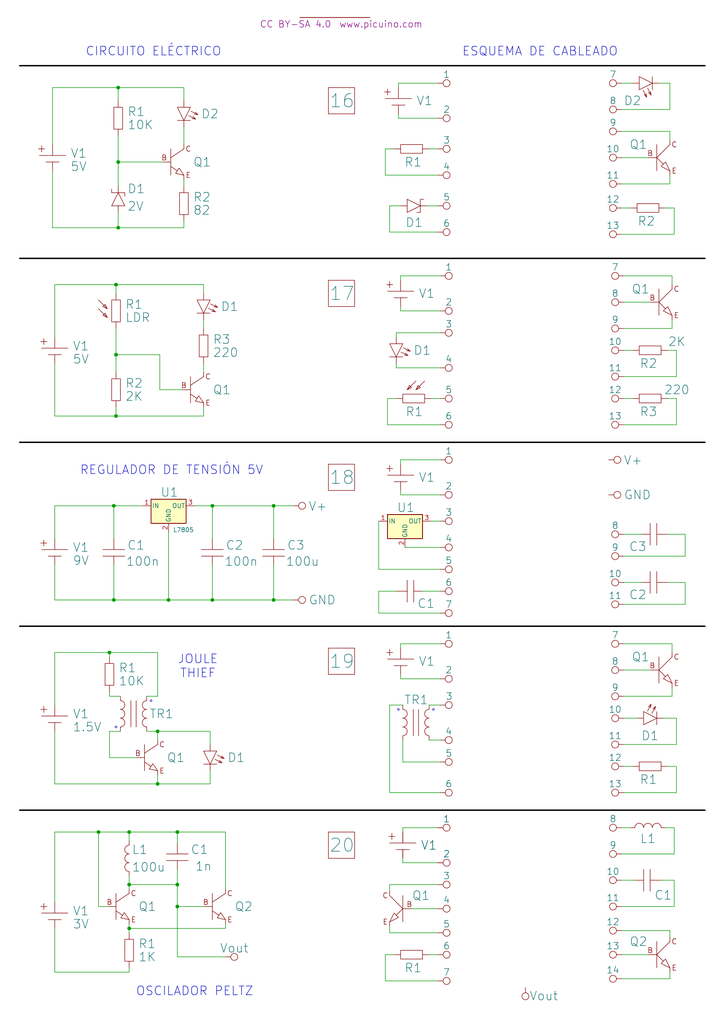
<source format=kicad_sch>
(kicad_sch (version 20231120) (generator "eeschema") (generator_version "8.0")
  (paper "A4" portrait)
  (title_block (title "Cableado eléctrico") (date "19/10/2018") (company "www.picuino.com") (comment 1 "Copyright (c) 2018 by Carlos Pardo") (comment 2 "License CC BY-SA 4.0"))
  (lib_symbols
    (symbol "Regulator_Linear:L7805" (pin_names (offset 0.254))
      (property "Reference" "U" (at -3.81 3.175 0))
      (property "Value" "L7805" (at 0 3.175 0))
      (symbol "L7805_0_1"
        (rectangle (start -5.08 1.905) (end 5.08 -5.08) (stroke (width 0.254)) (fill (type background)))
      )
      (symbol "L7805_1_1"
        (pin power_in line (at -7.62 0 0) (length 2.54) (name "IN") (number "1"))
        (pin power_in line (at 0 -7.62 90) (length 2.54) (name "GND") (number "2"))
        (pin power_out line (at 7.62 0 180) (length 2.54) (name "OUT") (number "3"))
      )
    )
    (symbol "electric-cableado-rescue:CopyRight-simbolos" (pin_names (offset 1.016))
      (property "License" "CC BY-SA 4.0" (at -1.27 -1.27 0))
      (property "Web" "www.picuino.com" (at 0 -1.27 0))
      (symbol "CopyRight-simbolos_0_1"
        (polyline (pts (xy -10.16 0) (xy 10.16 0)) (stroke (width 0.2032)))
      )
    )
    (symbol "electric-cableado-rescue:LDR-simbolos" (pin_names (offset 1.016))
      (property "Reference" "R" (at 1.905 -5.08 0))
      (symbol "LDR-simbolos_0_1"
        (rectangle (start -1.27 -1.905) (end 1.27 -8.255))
        (polyline (pts (xy -2.54 -6.985) (xy -5.08 -4.445)))
        (polyline (pts (xy -2.54 -4.445) (xy -5.08 -1.905)))
        (polyline (pts (xy -2.54 -6.985) (xy -3.175 -5.715) (xy -3.81 -6.35) (xy -2.54 -6.985)))
        (polyline (pts (xy -2.54 -4.445) (xy -3.175 -3.175) (xy -3.81 -3.81) (xy -2.54 -4.445)))
      )
      (symbol "LDR-simbolos_1_1"
        (pin input line (at 0 -10.16 90) (length 1.905) (name "") (number ""))
        (pin input line (at 0 0 270) (length 1.905) (name "") (number ""))
      )
    )
    (symbol "electric-cableado-rescue:NPN-simbolos" (pin_names (offset 1.016))
      (property "Reference" "Q" (at 6.985 -5.08 0))
      (symbol "NPN-simbolos_0_0"
        (polyline (pts (xy 4.445 -6.985) (xy 2.54 -5.08)))
        (polyline (pts (xy 6.35 -8.89) (xy 5.08 -6.35) (xy 3.81 -7.62) (xy 6.35 -8.89)))
        (text "B" (at 0.635 -3.81 0) (effects (font (size 1.524 1.524))))
        (text "C" (at 7.62 -1.27 0) (effects (font (size 1.524 1.524))))
        (text "E" (at 7.62 -8.89 0) (effects (font (size 1.524 1.524))))
      )
      (symbol "NPN-simbolos_0_1"
        (polyline (pts (xy 2.54 -5.08) (xy 6.35 -1.27)))
        (polyline (pts (xy 2.54 -1.27) (xy 2.54 -8.89)))
      )
      (symbol "NPN-simbolos_1_1"
        (pin input line (at 0 -5.08 0) (length 2.54) (name "") (number ""))
        (pin input line (at 6.35 -10.16 90) (length 1.27) (name "") (number ""))
        (pin input line (at 6.35 0 270) (length 1.27) (name "") (number ""))
      )
    )
    (symbol "electric-cableado-rescue:Pila-simbolos" (pin_names (offset 1.016))
      (property "Reference" "V" (at 5.08 -4.445 0))
      (symbol "Pila-simbolos_0_1"
        (polyline (pts (xy -4.064 -1.27) (xy -2.286 -1.27)))
        (polyline (pts (xy -3.81 -3.175) (xy 3.81 -3.175)))
        (polyline (pts (xy -3.175 -0.381) (xy -3.175 -2.159)))
        (polyline (pts (xy -1.905 -5.08) (xy 1.905 -5.08)))
      )
      (symbol "Pila-simbolos_1_1"
        (pin input line (at 0 -7.62 90) (length 2.54) (name "") (number ""))
        (pin input line (at 0 0 270) (length 3.175) (name "") (number ""))
      )
    )
    (symbol "electric-cableado-rescue:conector-simbolos" (pin_names (offset 1.016))
      (symbol "conector-simbolos_0_1"
        (circle (center 2.54 0) (radius 1.016))
      )
      (symbol "conector-simbolos_1_1"
        (pin input line (at 0 0 0) (length 1.524) (name "") (number ""))
      )
    )
    (symbol "electric-cableado-rescue:diodo_led-simbolos" (pin_names (offset 1.016))
      (property "Reference" "D" (at 5.08 -3.81 0))
      (symbol "diodo_led-simbolos_0_1"
        (polyline (pts (xy 1.397 -4.318) (xy 3.429 -5.334)))
        (polyline (pts (xy 1.905 -5.715) (xy -1.905 -5.715)))
        (polyline (pts (xy 2.032 -3.048) (xy 4.064 -4.064)))
        (polyline (pts (xy 3.429 -5.334) (xy 2.3622 -5.1816)))
        (polyline (pts (xy 3.429 -5.334) (xy 2.667 -4.572)))
        (polyline (pts (xy 4.064 -4.064) (xy 2.9972 -3.9116)))
        (polyline (pts (xy 4.064 -4.064) (xy 3.302 -3.302)))
        (polyline (pts (xy 1.905 -1.905) (xy -1.905 -1.905) (xy 0 -5.715) (xy 1.905 -1.905)))
      )
      (symbol "diodo_led-simbolos_1_1"
        (pin input line (at 0 -7.62 90) (length 1.905) (name "") (number ""))
        (pin input line (at 0 0 270) (length 1.905) (name "") (number ""))
      )
    )
    (symbol "electric-cableado-rescue:numero-simbolos" (pin_names (offset 1.016))
      (property "Value" "numero-simbolos" (at 0 0 0))
      (symbol "numero-simbolos_0_1"
        (rectangle (start -3.81 3.81) (end 3.81 -3.81))
      )
    )
    (symbol "electric-cableado-rescue:resistencia-simbolos" (pin_names (offset 1.016))
      (property "Reference" "R" (at 1.905 -5.08 0))
      (symbol "resistencia-simbolos_0_1"
        (rectangle (start -1.27 -1.905) (end 1.27 -8.255))
      )
      (symbol "resistencia-simbolos_1_1"
        (pin input line (at 0 -10.16 90) (length 1.905) (name "") (number ""))
        (pin input line (at 0 0 270) (length 1.905) (name "") (number ""))
      )
    )
    (symbol "simbolos-electricos:NPN" (pin_names (offset 1.016))
      (property "Reference" "Q" (at 6.985 -5.08 0))
      (symbol "NPN_0_0"
        (polyline (pts (xy 4.445 -7.62) (xy 2.54 -6.35)))
        (text "C" (at 7.62 -1.27 0) (effects (font (size 1.524 1.524))))
        (text "E" (at 7.62 -8.89 0) (effects (font (size 1.524 1.524))))
      )
      (symbol "NPN_0_1"
        (polyline (pts (xy 2.54 -3.81) (xy 6.35 -1.27)))
        (polyline (pts (xy 2.54 -1.27) (xy 2.54 -8.89)))
        (polyline (pts (xy 4.953 -6.858) (xy 3.937 -8.382) (xy 6.35 -8.89) (xy 4.953 -6.858)))
      )
      (symbol "NPN_1_0"
        (text "B" (at 0.635 -3.81 0) (effects (font (size 1.524 1.524))))
      )
      (symbol "NPN_1_1"
        (pin input line (at 0 -5.08 0) (length 2.54) (name "") (number ""))
        (pin input line (at 6.35 -10.16 90) (length 1.27) (name "") (number ""))
        (pin input line (at 6.35 0 270) (length 1.27) (name "") (number ""))
      )
    )
    (symbol "simbolos-electricos:condensador" (pin_names (offset 1.016))
      (property "Reference" "C" (at 3.81 -4.445 0))
      (symbol "condensador_0_1"
        (polyline (pts (xy -3.175 -3.175) (xy 3.175 -3.175)))
        (polyline (pts (xy 3.175 -5.08) (xy -3.175 -5.08)))
      )
      (symbol "condensador_1_1"
        (pin input line (at 0 -7.62 90) (length 2.54) (name "") (number ""))
        (pin input line (at 0 0 270) (length 3.175) (name "") (number ""))
      )
    )
    (symbol "simbolos-electricos:diodo_zener" (pin_names (offset 1.016))
      (property "Reference" "D" (at 2.54 -3.81 0))
      (symbol "diodo_zener_0_1"
        (polyline (pts (xy -1.905 -5.715) (xy -1.905 -4.699)))
        (polyline (pts (xy 1.905 -5.715) (xy -1.905 -5.715)))
        (polyline (pts (xy 1.905 -5.715) (xy 1.905 -6.731)))
        (polyline (pts (xy 1.905 -1.905) (xy -1.905 -1.905) (xy 0 -5.715) (xy 1.905 -1.905)))
      )
      (symbol "diodo_zener_1_1"
        (pin input line (at 0 -7.62 90) (length 1.905) (name "") (number ""))
        (pin input line (at 0 0 270) (length 1.905) (name "") (number ""))
      )
    )
    (symbol "simbolos-electricos:inductancia" (pin_names (offset 1.016))
      (property "Reference" "L" (at 0.635 -5.08 0))
      (symbol "inductancia_0_1"
        (arc (start 0 -6.35) (mid -1.2645 -7.62) (end 0 -8.89))
        (arc (start 0 -3.81) (mid -1.2645 -5.08) (end 0 -6.35))
        (arc (start 0 -1.27) (mid -1.2645 -2.54) (end 0 -3.81))
      )
      (symbol "inductancia_1_1"
        (pin input line (at 0 -10.16 90) (length 1.27) (name "") (number ""))
        (pin input line (at 0 0 270) (length 1.27) (name "") (number ""))
      )
    )
    (symbol "simbolos-electricos:transformador" (pin_names (offset 1.016))
      (property "Reference" "TR" (at 8.89 -5.08 0))
      (symbol "transformador_0_1"
        (arc (start 0 -8.89) (mid 1.2645 -7.62) (end 0 -6.35))
        (arc (start 0 -6.35) (mid 1.2645 -5.08) (end 0 -3.81))
        (arc (start 0 -3.81) (mid 1.2645 -2.54) (end 0 -1.27))
        (polyline (pts (xy 3.048 -1.27) (xy 3.048 -8.89)))
        (polyline (pts (xy 4.572 -1.27) (xy 4.572 -8.89)))
        (arc (start 7.62 -6.35) (mid 6.3555 -7.62) (end 7.62 -8.89))
        (arc (start 7.62 -3.81) (mid 6.3555 -5.08) (end 7.62 -6.35))
        (arc (start 7.62 -1.27) (mid 6.3555 -2.54) (end 7.62 -3.81))
      )
      (symbol "transformador_1_1"
        (pin input line (at 0 -10.16 90) (length 1.27) (name "") (number ""))
        (pin input line (at 0 0 270) (length 1.27) (name "") (number ""))
        (pin input line (at 7.62 -10.16 90) (length 1.27) (name "") (number ""))
        (pin input line (at 7.62 0 270) (length 1.27) (name "") (number ""))
      )
    )
  )
  (junction (at 37.465 256.54))
  (junction (at 34.29 25.4))
  (junction (at 51.435 256.54))
  (junction (at 34.29 66.04))
  (junction (at 34.29 46.99))
  (junction (at 37.465 269.24))
  (junction (at 28.575 241.3))
  (junction (at 33.02 173.99))
  (junction (at 51.435 241.3))
  (junction (at 33.655 120.65))
  (junction (at 48.895 173.99))
  (junction (at 79.375 146.685))
  (junction (at 33.655 102.87))
  (junction (at 37.465 241.3))
  (junction (at 45.72 227.33))
  (junction (at 61.595 146.685))
  (junction (at 79.375 173.99))
  (junction (at 51.435 262.89))
  (junction (at 45.72 212.09))
  (junction (at 61.595 173.99))
  (junction (at 31.75 189.23))
  (junction (at 33.02 146.685))
  (junction (at 33.655 82.55))
  (wire (pts (xy 125.095 115.57) (xy 127.635 115.57)))
  (wire (pts (xy 180.975 194.31) (xy 188.595 194.31)))
  (wire (pts (xy 59.055 92.71) (xy 59.055 95.25)))
  (wire (pts (xy 33.655 102.87) (xy 46.355 102.87)))
  (wire (pts (xy 15.24 49.53) (xy 15.24 66.04)))
  (polyline (pts (xy 5.715 128.27) (xy 204.47 128.27)) (stroke (width 0.4064) (type solid) (color 0 0 0 1)))
  (wire (pts (xy 60.96 227.33) (xy 60.96 223.52)))
  (wire (pts (xy 51.435 241.3) (xy 65.405 241.3)))
  (wire (pts (xy 46.355 102.87) (xy 46.355 113.03)))
  (wire (pts (xy 115.57 34.29) (xy 115.57 33.02)))
  (wire (pts (xy 180.975 101.6) (xy 183.515 101.6)))
  (wire (pts (xy 15.875 146.685) (xy 33.02 146.685)))
  (wire (pts (xy 180.975 186.69) (xy 194.945 186.69)))
  (wire (pts (xy 195.58 240.03) (xy 195.58 247.65)))
  (wire (pts (xy 53.34 53.975) (xy 53.34 52.07)))
  (wire (pts (xy 34.29 25.4) (xy 34.29 29.21)))
  (wire (pts (xy 180.975 175.26) (xy 198.755 175.26)))
  (wire (pts (xy 15.875 120.65) (xy 33.655 120.65)))
  (wire (pts (xy 193.675 115.57) (xy 196.215 115.57)))
  (wire (pts (xy 28.575 241.3) (xy 28.575 262.89)))
  (wire (pts (xy 109.855 171.45) (xy 114.935 171.45)))
  (wire (pts (xy 61.595 146.685) (xy 56.515 146.685)))
  (wire (pts (xy 53.34 66.04) (xy 53.34 64.135)))
  (wire (pts (xy 112.395 115.57) (xy 112.395 123.19)))
  (wire (pts (xy 15.24 25.4) (xy 34.29 25.4)))
  (wire (pts (xy 33.655 102.87) (xy 33.655 107.95)))
  (wire (pts (xy 48.895 154.305) (xy 48.895 173.99)))
  (wire (pts (xy 196.215 208.28) (xy 196.215 215.9)))
  (wire (pts (xy 116.205 143.51) (xy 127.635 143.51)))
  (wire (pts (xy 15.875 105.41) (xy 15.875 120.65)))
  (wire (pts (xy 180.975 80.01) (xy 194.945 80.01)))
  (wire (pts (xy 34.29 66.04) (xy 53.34 66.04)))
  (wire (pts (xy 48.895 173.99) (xy 61.595 173.99)))
  (wire (pts (xy 60.96 215.9) (xy 60.96 212.09)))
  (wire (pts (xy 65.405 269.24) (xy 65.405 267.97)))
  (wire (pts (xy 15.875 204.47) (xy 15.875 189.23)))
  (wire (pts (xy 65.405 257.81) (xy 65.405 241.3)))
  (wire (pts (xy 180.34 60.325) (xy 182.88 60.325)))
  (wire (pts (xy 53.34 25.4) (xy 53.34 29.21)))
  (wire (pts (xy 79.375 173.99) (xy 85.09 173.99)))
  (wire (pts (xy 15.875 82.55) (xy 33.655 82.55)))
  (wire (pts (xy 180.975 109.22) (xy 196.215 109.22)))
  (wire (pts (xy 59.055 82.55) (xy 59.055 85.09)))
  (wire (pts (xy 112.395 123.19) (xy 127.635 123.19)))
  (wire (pts (xy 180.975 201.93) (xy 194.945 201.93)))
  (wire (pts (xy 79.375 146.685) (xy 61.595 146.685)))
  (wire (pts (xy 180.975 123.19) (xy 196.215 123.19)))
  (wire (pts (xy 34.29 39.37) (xy 34.29 46.99)))
  (wire (pts (xy 109.855 177.8) (xy 109.855 171.45)))
  (wire (pts (xy 115.57 25.4) (xy 115.57 24.13)))
  (wire (pts (xy 51.435 256.54) (xy 37.465 256.54)))
  (wire (pts (xy 45.72 224.79) (xy 45.72 227.33)))
  (wire (pts (xy 127 50.8) (xy 111.76 50.8)))
  (wire (pts (xy 123.825 59.69) (xy 127 59.69)))
  (wire (pts (xy 192.405 208.28) (xy 196.215 208.28)))
  (wire (pts (xy 180.975 222.25) (xy 183.515 222.25)))
  (wire (pts (xy 124.46 214.63) (xy 127.635 214.63)))
  (wire (pts (xy 116.205 143.51) (xy 116.205 142.24)))
  (wire (pts (xy 113.03 258.445) (xy 113.03 256.54)))
  (wire (pts (xy 196.215 222.25) (xy 196.215 229.87)))
  (wire (pts (xy 180.34 67.945) (xy 195.58 67.945)))
  (wire (pts (xy 191.135 24.13) (xy 194.31 24.13)))
  (wire (pts (xy 33.655 82.55) (xy 59.055 82.55)))
  (wire (pts (xy 15.875 227.33) (xy 45.72 227.33)))
  (wire (pts (xy 180.34 255.27) (xy 184.15 255.27)))
  (wire (pts (xy 127.635 177.8) (xy 109.855 177.8)))
  (wire (pts (xy 15.875 189.23) (xy 31.75 189.23)))
  (wire (pts (xy 37.465 254) (xy 37.465 256.54)))
  (wire (pts (xy 180.34 31.75) (xy 194.31 31.75)))
  (wire (pts (xy 194.945 199.39) (xy 194.945 201.93)))
  (wire (pts (xy 193.675 101.6) (xy 196.215 101.6)))
  (wire (pts (xy 180.975 229.87) (xy 196.215 229.87)))
  (wire (pts (xy 31.115 262.89) (xy 28.575 262.89)))
  (wire (pts (xy 194.945 189.23) (xy 194.945 186.69)))
  (wire (pts (xy 33.02 173.99) (xy 48.895 173.99)))
  (wire (pts (xy 193.04 60.325) (xy 195.58 60.325)))
  (wire (pts (xy 109.855 165.1) (xy 127.635 165.1)))
  (wire (pts (xy 37.465 269.24) (xy 65.405 269.24)))
  (wire (pts (xy 51.435 262.89) (xy 51.435 277.495)))
  (wire (pts (xy 114.935 96.52) (xy 127.635 96.52)))
  (wire (pts (xy 15.24 25.4) (xy 15.24 41.91)))
  (wire (pts (xy 79.375 173.99) (xy 61.595 173.99)))
  (wire (pts (xy 15.875 173.99) (xy 33.02 173.99)))
  (wire (pts (xy 127 263.525) (xy 119.38 263.525)))
  (wire (pts (xy 116.84 204.47) (xy 113.03 204.47)))
  (wire (pts (xy 194.945 92.71) (xy 194.945 95.25)))
  (wire (pts (xy 198.755 168.91) (xy 193.675 168.91)))
  (wire (pts (xy 33.02 146.685) (xy 33.02 156.21)))
  (wire (pts (xy 52.705 113.03) (xy 46.355 113.03)))
  (wire (pts (xy 33.02 146.685) (xy 41.275 146.685)))
  (wire (pts (xy 116.205 59.69) (xy 113.03 59.69)))
  (wire (pts (xy 180.34 45.72) (xy 187.96 45.72)))
  (wire (pts (xy 180.975 115.57) (xy 183.515 115.57)))
  (polyline (pts (xy 5.715 19.05) (xy 204.47 19.05)) (stroke (width 0.4064) (type solid) (color 0 0 0 1)))
  (wire (pts (xy 191.77 255.27) (xy 195.58 255.27)))
  (wire (pts (xy 59.055 118.11) (xy 59.055 120.65)))
  (wire (pts (xy 180.975 95.25) (xy 194.945 95.25)))
  (wire (pts (xy 116.205 133.35) (xy 116.205 134.62)))
  (wire (pts (xy 180.34 262.89) (xy 195.58 262.89)))
  (wire (pts (xy 28.575 241.3) (xy 37.465 241.3)))
  (wire (pts (xy 33.02 163.83) (xy 33.02 173.99)))
  (wire (pts (xy 59.055 105.41) (xy 59.055 107.95)))
  (wire (pts (xy 33.655 120.65) (xy 59.055 120.65)))
  (wire (pts (xy 116.205 80.01) (xy 127.635 80.01)))
  (wire (pts (xy 198.755 175.26) (xy 198.755 168.91)))
  (wire (pts (xy 116.205 90.17) (xy 127.635 90.17)))
  (wire (pts (xy 79.375 156.21) (xy 79.375 146.685)))
  (wire (pts (xy 31.75 219.71) (xy 31.75 212.09)))
  (wire (pts (xy 33.655 85.09) (xy 33.655 82.55)))
  (wire (pts (xy 113.03 229.87) (xy 127.635 229.87)))
  (polyline (pts (xy 5.715 234.95) (xy 204.47 234.95)) (stroke (width 0.4064) (type solid) (color 0 0 0 1)))
  (wire (pts (xy 79.375 146.685) (xy 85.09 146.685)))
  (wire (pts (xy 111.76 276.86) (xy 111.76 284.48)))
  (wire (pts (xy 116.84 220.98) (xy 127.635 220.98)))
  (wire (pts (xy 31.75 212.09) (xy 34.925 212.09)))
  (wire (pts (xy 116.205 186.69) (xy 127.635 186.69)))
  (wire (pts (xy 117.475 158.75) (xy 127.635 158.75)))
  (wire (pts (xy 45.72 212.09) (xy 45.72 214.63)))
  (wire (pts (xy 127 284.48) (xy 111.76 284.48)))
  (wire (pts (xy 51.435 252.095) (xy 51.435 256.54)))
  (wire (pts (xy 194.31 281.94) (xy 194.31 283.845)))
  (wire (pts (xy 193.675 222.25) (xy 196.215 222.25)))
  (wire (pts (xy 15.875 163.83) (xy 15.875 173.99)))
  (wire (pts (xy 15.875 281.94) (xy 37.465 281.94)))
  (wire (pts (xy 37.465 257.81) (xy 37.465 256.54)))
  (wire (pts (xy 113.03 59.69) (xy 113.03 67.31)))
  (wire (pts (xy 115.57 34.29) (xy 127 34.29)))
  (wire (pts (xy 180.34 283.845) (xy 194.31 283.845)))
  (wire (pts (xy 113.03 268.605) (xy 113.03 270.51)))
  (wire (pts (xy 180.34 53.34) (xy 194.31 53.34)))
  (wire (pts (xy 127 43.18) (xy 124.46 43.18)))
  (wire (pts (xy 51.435 277.495) (xy 65.405 277.495)))
  (polyline (pts (xy 5.715 181.61) (xy 204.47 181.61)) (stroke (width 0.4064) (type solid) (color 0 0 0 1)))
  (wire (pts (xy 114.935 106.68) (xy 114.935 105.41)))
  (wire (pts (xy 127 270.51) (xy 113.03 270.51)))
  (wire (pts (xy 37.465 241.3) (xy 51.435 241.3)))
  (wire (pts (xy 116.84 241.3) (xy 116.84 240.03)))
  (wire (pts (xy 116.205 196.85) (xy 127.635 196.85)))
  (wire (pts (xy 37.465 269.24) (xy 37.465 270.51)))
  (wire (pts (xy 34.29 25.4) (xy 53.34 25.4)))
  (wire (pts (xy 180.975 208.28) (xy 184.785 208.28)))
  (wire (pts (xy 195.58 60.325) (xy 195.58 67.945)))
  (wire (pts (xy 15.24 66.04) (xy 34.29 66.04)))
  (wire (pts (xy 116.205 133.35) (xy 127.635 133.35)))
  (wire (pts (xy 127 67.31) (xy 113.03 67.31)))
  (wire (pts (xy 109.855 151.13) (xy 109.855 165.1)))
  (wire (pts (xy 193.04 240.03) (xy 195.58 240.03)))
  (wire (pts (xy 37.465 243.84) (xy 37.465 241.3)))
  (wire (pts (xy 31.75 190.5) (xy 31.75 189.23)))
  (wire (pts (xy 186.055 168.91) (xy 180.975 168.91)))
  (wire (pts (xy 183.515 24.13) (xy 180.34 24.13)))
  (wire (pts (xy 34.29 46.99) (xy 46.99 46.99)))
  (wire (pts (xy 33.655 118.11) (xy 33.655 120.65)))
  (wire (pts (xy 198.755 154.94) (xy 193.675 154.94)))
  (wire (pts (xy 31.75 200.66) (xy 31.75 201.93)))
  (wire (pts (xy 195.58 255.27) (xy 195.58 262.89)))
  (wire (pts (xy 122.555 171.45) (xy 127.635 171.45)))
  (wire (pts (xy 180.975 161.29) (xy 198.755 161.29)))
  (wire (pts (xy 194.31 40.64) (xy 194.31 38.1)))
  (wire (pts (xy 180.34 240.03) (xy 182.88 240.03)))
  (wire (pts (xy 45.72 227.33) (xy 60.96 227.33)))
  (wire (pts (xy 125.095 151.13) (xy 127.635 151.13)))
  (wire (pts (xy 180.34 269.875) (xy 194.31 269.875)))
  (wire (pts (xy 196.215 115.57) (xy 196.215 123.19)))
  (wire (pts (xy 114.935 106.68) (xy 127.635 106.68)))
  (wire (pts (xy 15.875 241.3) (xy 28.575 241.3)))
  (wire (pts (xy 127 256.54) (xy 113.03 256.54)))
  (wire (pts (xy 114.3 43.18) (xy 111.76 43.18)))
  (wire (pts (xy 51.435 262.89) (xy 59.055 262.89)))
  (wire (pts (xy 79.375 163.83) (xy 79.375 173.99)))
  (wire (pts (xy 116.205 196.85) (xy 116.205 195.58)))
  (wire (pts (xy 116.84 250.19) (xy 127 250.19)))
  (wire (pts (xy 194.945 82.55) (xy 194.945 80.01)))
  (wire (pts (xy 53.34 36.83) (xy 53.34 41.91)))
  (wire (pts (xy 194.31 24.13) (xy 194.31 31.75)))
  (wire (pts (xy 186.055 154.94) (xy 180.975 154.94)))
  (wire (pts (xy 114.935 97.79) (xy 114.935 96.52)))
  (wire (pts (xy 15.875 212.09) (xy 15.875 227.33)))
  (wire (pts (xy 114.935 115.57) (xy 112.395 115.57)))
  (wire (pts (xy 61.595 156.21) (xy 61.595 146.685)))
  (wire (pts (xy 42.545 201.93) (xy 45.72 201.93)))
  (wire (pts (xy 61.595 163.83) (xy 61.595 173.99)))
  (wire (pts (xy 15.875 97.79) (xy 15.875 82.55)))
  (wire (pts (xy 15.875 269.24) (xy 15.875 281.94)))
  (wire (pts (xy 116.84 214.63) (xy 116.84 220.98)))
  (wire (pts (xy 51.435 241.3) (xy 51.435 244.475)))
  (wire (pts (xy 180.34 247.65) (xy 195.58 247.65)))
  (wire (pts (xy 42.545 212.09) (xy 45.72 212.09)))
  (wire (pts (xy 116.205 80.01) (xy 116.205 81.28)))
  (wire (pts (xy 198.755 161.29) (xy 198.755 154.94)))
  (wire (pts (xy 124.46 204.47) (xy 127.635 204.47)))
  (wire (pts (xy 15.875 241.3) (xy 15.875 261.62)))
  (wire (pts (xy 34.29 53.975) (xy 34.29 46.99)))
  (wire (pts (xy 115.57 24.13) (xy 127 24.13)))
  (wire (pts (xy 111.76 43.18) (xy 111.76 50.8)))
  (wire (pts (xy 51.435 256.54) (xy 51.435 262.89)))
  (wire (pts (xy 31.75 189.23) (xy 45.72 189.23)))
  (wire (pts (xy 113.03 204.47) (xy 113.03 229.87)))
  (polyline (pts (xy 5.715 74.93) (xy 204.47 74.93)) (stroke (width 0.4064) (type solid) (color 0 0 0 1)))
  (wire (pts (xy 45.72 201.93) (xy 45.72 189.23)))
  (wire (pts (xy 116.205 90.17) (xy 116.205 88.9)))
  (wire (pts (xy 37.465 267.97) (xy 37.465 269.24)))
  (wire (pts (xy 194.31 271.78) (xy 194.31 269.875)))
  (wire (pts (xy 180.975 87.63) (xy 188.595 87.63)))
  (wire (pts (xy 31.75 201.93) (xy 34.925 201.93)))
  (wire (pts (xy 194.31 50.8) (xy 194.31 53.34)))
  (wire (pts (xy 15.875 156.21) (xy 15.875 146.685)))
  (wire (pts (xy 33.655 95.25) (xy 33.655 102.87)))
  (wire (pts (xy 180.34 38.1) (xy 194.31 38.1)))
  (wire (pts (xy 180.975 215.9) (xy 196.215 215.9)))
  (wire (pts (xy 116.205 186.69) (xy 116.205 187.96)))
  (wire (pts (xy 114.3 276.86) (xy 111.76 276.86)))
  (wire (pts (xy 116.84 250.19) (xy 116.84 248.92)))
  (wire (pts (xy 45.72 212.09) (xy 60.96 212.09)))
  (wire (pts (xy 116.84 240.03) (xy 127 240.03)))
  (wire (pts (xy 34.29 61.595) (xy 34.29 66.04)))
  (wire (pts (xy 196.215 101.6) (xy 196.215 109.22)))
  (wire (pts (xy 180.34 276.86) (xy 187.96 276.86)))
  (wire (pts (xy 31.75 219.71) (xy 39.37 219.71)))
  (wire (pts (xy 37.465 280.67) (xy 37.465 281.94)))
  (wire (pts (xy 127 276.86) (xy 124.46 276.86)))
  (circle (center 33.655 210.82) (radius 0.254))
  (circle (center 125.73 205.74) (radius 0.254))
  (circle (center 43.815 203.2) (radius 0.254))
  (circle (center 115.57 205.74) (radius 0.254))
  (text "REGULADOR DE TENSIÓN 5V" (at 49.784 137.922 0) (effects (font (size 2.54 2.54)) (justify bottom)))
  (text "JOULE\nTHIEF" (at 57.404 196.85 0) (effects (font (size 2.54 2.54)) (justify bottom)))
  (text "OSCILADOR PELTZ" (at 39.37 289.052 0) (effects (font (size 2.54 2.54)) (justify left bottom)))
  (text "CIRCUITO ELÉCTRICO" (at 24.765 16.51 0) (effects (font (size 2.54 2.54)) (justify left bottom)))
  (text "ESQUEMA DE CABLEADO" (at 133.985 16.51 0) (effects (font (size 2.54 2.54)) (justify left bottom)))
  (symbol (lib_id "electric-cableado-rescue:CopyRight-simbolos") (at 97.155 5.08 0) (unit 1)
    (property "Reference" "CP1" (effects (hide yes)))
    (property "Value" "CopyRight" (effects (hide yes)))
    (property "License" "CC BY-SA 4.0" (at 85.725 6.985 0) (effects (font (size 1.905 1.905))))
    (property "Web" "www.picuino.com" (at 110.49 6.985 0) (effects (font (size 1.905 1.905))))
  )
  (symbol (lib_id "electric-cableado-rescue:resistencia-simbolos") (at 59.055 95.25 0) (unit 1)
    (property "Reference" "R3" (at 61.595 98.425 0) (effects (font (size 2.54 2.54)) (justify left)))
    (property "Value" "220" (at 61.595 102.235 0) (effects (font (size 2.54 2.54)) (justify left)))
  )
  (symbol (lib_id "electric-cableado-rescue:LDR-simbolos") (at 33.655 85.09 0) (unit 1)
    (property "Reference" "R1" (at 36.195 88.265 0) (effects (font (size 2.54 2.54)) (justify left)))
    (property "Value" "LDR" (at 36.195 92.075 0) (effects (font (size 2.54 2.54)) (justify left)))
  )
  (symbol (lib_id "electric-cableado-rescue:resistencia-simbolos") (at 193.675 115.57 270) (unit 1)
    (property "Reference" "R3" (at 185.42 119.38 90) (effects (font (size 2.54 2.54)) (justify left)))
    (property "Value" "220" (at 196.342 113.03 90) (effects (font (size 2.54 2.54))))
  )
  (symbol (lib_id "electric-cableado-rescue:NPN-simbolos") (at 188.595 82.55 0) (unit 1)
    (property "Reference" "Q1" (at 188.595 83.82 0) (effects (font (size 2.54 2.54)) (justify right)))
    (property "Value" "NPN" (effects (hide yes)))
  )
  (symbol (lib_id "electric-cableado-rescue:LDR-simbolos") (at 125.095 115.57 270) (unit 1)
    (property "Reference" "R1" (at 117.475 119.38 90) (effects (font (size 2.54 2.54)) (justify left)))
    (property "Value" "LDR" (effects (hide yes)))
  )
  (symbol (lib_id "electric-cableado-rescue:Pila-simbolos") (at 116.205 81.28 0) (unit 1)
    (property "Reference" "V1" (at 121.285 85.09 0) (effects (font (size 2.54 2.54)) (justify left)))
    (property "Value" "Pila" (effects (hide yes)))
  )
  (symbol (lib_id "electric-cableado-rescue:resistencia-simbolos") (at 33.655 107.95 0) (unit 1)
    (property "Reference" "R2" (at 36.195 111.125 0) (effects (font (size 2.54 2.54)) (justify left)))
    (property "Value" "2K" (at 36.195 114.935 0) (effects (font (size 2.54 2.54)) (justify left)))
  )
  (symbol (lib_id "electric-cableado-rescue:Pila-simbolos") (at 15.875 97.79 0) (unit 1)
    (property "Reference" "V1" (at 20.955 100.33 0) (effects (font (size 2.54 2.54)) (justify left)))
    (property "Value" "5V" (at 20.955 104.14 0) (effects (font (size 2.54 2.54)) (justify left)))
  )
  (symbol (lib_id "electric-cableado-rescue:numero-simbolos") (at 99.06 85.09 0) (unit 1)
    (property "Reference" "N5" (effects (hide yes)))
    (property "Value" "17" (at 95.25 85.09 0) (effects (font (size 3.81 3.81)) (justify left)))
  )
  (symbol (lib_id "electric-cableado-rescue:diodo_led-simbolos") (at 59.055 85.09 0) (unit 1)
    (property "Reference" "D1" (at 63.9064 88.9 0) (effects (font (size 2.54 2.54)) (justify left)))
    (property "Value" "diodo_led" (effects (hide yes)))
  )
  (symbol (lib_id "electric-cableado-rescue:diodo_led-simbolos") (at 114.935 97.79 0) (unit 1)
    (property "Reference" "D1" (at 119.7864 101.6 0) (effects (font (size 2.54 2.54)) (justify left)))
    (property "Value" "diodo_led" (effects (hide yes)))
  )
  (symbol (lib_id "electric-cableado-rescue:conector-simbolos") (at 127.635 80.01 0) (unit 1)
    (property "Reference" "o22" (effects (hide yes)))
    (property "Value" "1" (at 130.175 77.47 0) (effects (font (size 1.905 1.905))))
  )
  (symbol (lib_id "electric-cableado-rescue:conector-simbolos") (at 127.635 90.17 0) (unit 1)
    (property "Reference" "o23" (effects (hide yes)))
    (property "Value" "2" (at 130.175 87.63 0) (effects (font (size 1.905 1.905))))
  )
  (symbol (lib_id "electric-cableado-rescue:conector-simbolos") (at 127.635 96.52 0) (unit 1)
    (property "Reference" "o24" (effects (hide yes)))
    (property "Value" "3" (at 130.175 93.98 0) (effects (font (size 1.905 1.905))))
  )
  (symbol (lib_id "electric-cableado-rescue:conector-simbolos") (at 127.635 106.68 0) (unit 1)
    (property "Reference" "o25" (effects (hide yes)))
    (property "Value" "4" (at 130.175 104.14 0) (effects (font (size 1.905 1.905))))
  )
  (symbol (lib_id "electric-cableado-rescue:conector-simbolos") (at 127.635 115.57 0) (mirror x) (unit 1)
    (property "Reference" "o26" (effects (hide yes)))
    (property "Value" "5" (at 130.175 113.03 0) (effects (font (size 1.905 1.905))))
  )
  (symbol (lib_id "electric-cableado-rescue:conector-simbolos") (at 127.635 123.19 0) (mirror x) (unit 1)
    (property "Reference" "o27" (effects (hide yes)))
    (property "Value" "6" (at 130.175 120.65 0) (effects (font (size 1.905 1.905))))
  )
  (symbol (lib_id "electric-cableado-rescue:conector-simbolos") (at 180.975 80.01 180) (unit 1)
    (property "Reference" "o51" (effects (hide yes)))
    (property "Value" "7" (at 178.435 77.47 0) (effects (font (size 1.905 1.905))))
  )
  (symbol (lib_id "electric-cableado-rescue:conector-simbolos") (at 180.975 87.63 180) (unit 1)
    (property "Reference" "o52" (effects (hide yes)))
    (property "Value" "8" (at 178.435 85.09 0) (effects (font (size 1.905 1.905))))
  )
  (symbol (lib_id "electric-cableado-rescue:conector-simbolos") (at 180.975 95.25 180) (unit 1)
    (property "Reference" "o53" (effects (hide yes)))
    (property "Value" "9" (at 178.435 92.71 0) (effects (font (size 1.905 1.905))))
  )
  (symbol (lib_id "electric-cableado-rescue:conector-simbolos") (at 180.975 101.6 180) (unit 1)
    (property "Reference" "o54" (effects (hide yes)))
    (property "Value" "10" (at 178.435 99.06 0) (effects (font (size 1.905 1.905))))
  )
  (symbol (lib_id "electric-cableado-rescue:conector-simbolos") (at 180.975 109.22 180) (unit 1)
    (property "Reference" "o55" (effects (hide yes)))
    (property "Value" "11" (at 178.435 106.68 0) (effects (font (size 1.905 1.905))))
  )
  (symbol (lib_id "electric-cableado-rescue:conector-simbolos") (at 180.975 115.57 180) (unit 1)
    (property "Reference" "o56" (effects (hide yes)))
    (property "Value" "12" (at 178.435 113.03 0) (effects (font (size 1.905 1.905))))
  )
  (symbol (lib_id "electric-cableado-rescue:conector-simbolos") (at 180.975 123.19 180) (unit 1)
    (property "Reference" "o57" (effects (hide yes)))
    (property "Value" "13" (at 178.435 120.65 0) (effects (font (size 1.905 1.905))))
  )
  (symbol (lib_id "electric-cableado-rescue:conector-simbolos") (at 127 250.19 0) (unit 1)
    (property "Reference" "o92" (effects (hide yes)))
    (property "Value" "2" (at 129.54 247.65 0) (effects (font (size 1.905 1.905))))
  )
  (symbol (lib_id "simbolos-electricos:condensador") (at 79.375 156.21 0) (unit 1)
    (property "Reference" "C3" (at 88.519 158.115 0) (effects (font (size 2.54 2.54)) (justify right)))
    (property "Value" "100u" (at 87.757 162.814 0) (effects (font (size 2.54 2.54))))
  )
  (symbol (lib_id "electric-cableado-rescue:conector-simbolos") (at 127 263.525 0) (mirror x) (unit 1)
    (property "Reference" "o94" (effects (hide yes)))
    (property "Value" "4" (at 129.54 260.985 0) (effects (font (size 1.905 1.905))))
  )
  (symbol (lib_id "simbolos-electricos:inductancia") (at 37.465 243.84 0) (unit 1)
    (property "Reference" "L1" (at 38.1 246.3799 0) (effects (font (size 2.54 2.54)) (justify left)))
    (property "Value" "100u" (at 38.1 251.4599 0) (effects (font (size 2.54 2.54)) (justify left)))
  )
  (symbol (lib_id "electric-cableado-rescue:diodo_led-simbolos") (at 183.515 24.13 90) (mirror x) (unit 1)
    (property "Reference" "D2" (at 186.182 29.21 90) (effects (font (size 2.54 2.54)) (justify left)))
    (property "Value" "diodo_led" (effects (hide yes)))
  )
  (symbol (lib_id "electric-cableado-rescue:conector-simbolos") (at 127.635 151.13 0) (unit 1)
    (property "Reference" "o20" (effects (hide yes)))
    (property "Value" "3" (at 130.175 148.59 0) (effects (font (size 1.905 1.905))))
  )
  (symbol (lib_id "electric-cableado-rescue:conector-simbolos") (at 127 50.8 0) (mirror x) (unit 1)
    (property "Reference" "o153" (effects (hide yes)))
    (property "Value" "4" (at 129.54 48.26 0) (effects (font (size 1.905 1.905))))
  )
  (symbol (lib_id "electric-cableado-rescue:conector-simbolos") (at 180.975 168.91 0) (mirror y) (unit 1)
    (property "Reference" "o30" (effects (hide yes)))
    (property "Value" "10" (at 178.435 166.37 0) (effects (font (size 1.905 1.905))))
  )
  (symbol (lib_id "electric-cableado-rescue:Pila-simbolos") (at 15.875 156.21 0) (unit 1)
    (property "Reference" "V1" (at 20.955 158.75 0) (effects (font (size 2.54 2.54)) (justify left)))
    (property "Value" "9V" (at 20.955 162.56 0) (effects (font (size 2.54 2.54)) (justify left)))
  )
  (symbol (lib_id "electric-cableado-rescue:Pila-simbolos") (at 116.205 134.62 0) (unit 1)
    (property "Reference" "V1" (at 121.285 138.43 0) (effects (font (size 2.54 2.54)) (justify left)))
    (property "Value" "Pila" (effects (hide yes)))
  )
  (symbol (lib_id "electric-cableado-rescue:conector-simbolos") (at 180.975 215.9 180) (unit 1)
    (property "Reference" "o13" (effects (hide yes)))
    (property "Value" "11" (at 178.435 213.36 0) (effects (font (size 1.905 1.905))))
  )
  (symbol (lib_id "electric-cableado-rescue:conector-simbolos") (at 180.34 67.945 180) (unit 1)
    (property "Reference" "o162" (effects (hide yes)))
    (property "Value" "13" (at 177.8 65.405 0) (effects (font (size 1.905 1.905))))
  )
  (symbol (lib_id "electric-cableado-rescue:conector-simbolos") (at 180.34 53.34 180) (unit 1)
    (property "Reference" "o160" (effects (hide yes)))
    (property "Value" "11" (at 177.8 50.8 0) (effects (font (size 1.905 1.905))))
  )
  (symbol (lib_id "electric-cableado-rescue:conector-simbolos") (at 180.34 38.1 180) (unit 1)
    (property "Reference" "o158" (effects (hide yes)))
    (property "Value" "9" (at 177.8 35.56 0) (effects (font (size 1.905 1.905))))
  )
  (symbol (lib_id "electric-cableado-rescue:conector-simbolos") (at 176.53 143.51 0) (unit 1)
    (property "Reference" "o19" (effects (hide yes)))
    (property "Value" "GND" (at 184.912 143.51 0) (effects (font (size 2.54 2.54))))
  )
  (symbol (lib_id "electric-cableado-rescue:NPN-simbolos") (at 119.38 258.445 0) (mirror y) (unit 1)
    (property "Reference" "Q1" (at 119.38 259.715 0) (effects (font (size 2.54 2.54)) (justify right)))
    (property "Value" "NPN" (effects (hide yes)))
  )
  (symbol (lib_id "electric-cableado-rescue:NPN-simbolos") (at 188.595 189.23 0) (unit 1)
    (property "Reference" "Q1" (at 188.595 190.5 0) (effects (font (size 2.54 2.54)) (justify right)))
    (property "Value" "NPN" (effects (hide yes)))
  )
  (symbol (lib_id "electric-cableado-rescue:conector-simbolos") (at 127.635 177.8 0) (unit 1)
    (property "Reference" "o36" (effects (hide yes)))
    (property "Value" "7" (at 130.175 175.26 0) (effects (font (size 1.905 1.905))))
  )
  (symbol (lib_id "electric-cableado-rescue:numero-simbolos") (at 99.06 138.43 0) (unit 1)
    (property "Reference" "N2" (effects (hide yes)))
    (property "Value" "18" (at 95.25 138.43 0) (effects (font (size 3.81 3.81)) (justify left)))
  )
  (symbol (lib_id "simbolos-electricos:NPN") (at 39.37 214.63 0) (unit 1)
    (property "Reference" "Q1" (at 48.26 219.71 0) (effects (font (size 2.54 2.54)) (justify left)))
    (property "Value" "NPN" (effects (hide yes)))
    (property "Campo4" "NPN" (effects (hide yes)))
  )
  (symbol (lib_id "electric-cableado-rescue:conector-simbolos") (at 127.635 171.45 0) (unit 1)
    (property "Reference" "o29" (effects (hide yes)))
    (property "Value" "6" (at 130.175 168.91 0) (effects (font (size 1.905 1.905))))
  )
  (symbol (lib_id "electric-cableado-rescue:resistencia-simbolos") (at 34.29 29.21 0) (unit 1)
    (property "Reference" "R1" (at 36.83 32.385 0) (effects (font (size 2.54 2.54)) (justify left)))
    (property "Value" "10K" (at 36.83 36.195 0) (effects (font (size 2.54 2.54)) (justify left)))
  )
  (symbol (lib_id "electric-cableado-rescue:numero-simbolos") (at 99.06 245.11 0) (unit 1)
    (property "Reference" "N8" (effects (hide yes)))
    (property "Value" "20" (at 95.25 245.11 0) (effects (font (size 3.81 3.81)) (justify left)))
  )
  (symbol (lib_id "electric-cableado-rescue:conector-simbolos") (at 127.635 165.1 0) (unit 1)
    (property "Reference" "o28" (effects (hide yes)))
    (property "Value" "5" (at 130.175 162.56 0) (effects (font (size 1.905 1.905))))
  )
  (symbol (lib_id "electric-cableado-rescue:resistencia-simbolos") (at 193.04 60.325 270) (unit 1)
    (property "Reference" "R2" (at 184.785 64.135 90) (effects (font (size 2.54 2.54)) (justify left)))
    (property "Value" "resistencia" (effects (hide yes)))
  )
  (symbol (lib_id "electric-cableado-rescue:Pila-simbolos") (at 15.875 261.62 0) (unit 1)
    (property "Reference" "V1" (at 20.955 264.16 0) (effects (font (size 2.54 2.54)) (justify left)))
    (property "Value" "3V" (at 20.955 267.97 0) (effects (font (size 2.54 2.54)) (justify left)))
  )
  (symbol (lib_id "electric-cableado-rescue:conector-simbolos") (at 127 59.69 0) (mirror x) (unit 1)
    (property "Reference" "o154" (effects (hide yes)))
    (property "Value" "5" (at 129.54 57.15 0) (effects (font (size 1.905 1.905))))
  )
  (symbol (lib_id "electric-cableado-rescue:conector-simbolos") (at 127 24.13 0) (unit 1)
    (property "Reference" "o150" (effects (hide yes)))
    (property "Value" "1" (at 129.54 21.59 0) (effects (font (size 1.905 1.905))))
  )
  (symbol (lib_id "electric-cableado-rescue:conector-simbolos") (at 127 34.29 0) (unit 1)
    (property "Reference" "o151" (effects (hide yes)))
    (property "Value" "2" (at 129.54 31.75 0) (effects (font (size 1.905 1.905))))
  )
  (symbol (lib_id "electric-cableado-rescue:conector-simbolos") (at 180.975 194.31 180) (unit 1)
    (property "Reference" "o10" (effects (hide yes)))
    (property "Value" "8" (at 178.435 191.77 0) (effects (font (size 1.905 1.905))))
  )
  (symbol (lib_id "simbolos-electricos:transformador") (at 116.84 204.47 0) (unit 1)
    (property "Reference" "TR1" (at 117.094 202.946 0) (effects (font (size 2.54 2.54)) (justify left)))
    (property "Value" "transformador" (effects (hide yes)))
  )
  (symbol (lib_id "electric-cableado-rescue:conector-simbolos") (at 127.635 204.47 0) (unit 1)
    (property "Reference" "o6" (effects (hide yes)))
    (property "Value" "3" (at 130.302 201.93 0) (effects (font (size 1.905 1.905))))
  )
  (symbol (lib_id "simbolos-electricos:NPN") (at 31.115 257.81 0) (unit 1)
    (property "Reference" "Q1" (at 40.005 262.89 0) (effects (font (size 2.54 2.54)) (justify left)))
    (property "Value" "NPN" (effects (hide yes)))
    (property "Campo4" "NPN" (effects (hide yes)))
  )
  (symbol (lib_id "electric-cableado-rescue:diodo_led-simbolos") (at 53.34 29.21 0) (unit 1)
    (property "Reference" "D2" (at 58.1914 33.02 0) (effects (font (size 2.54 2.54)) (justify left)))
    (property "Value" "diodo_led" (effects (hide yes)))
  )
  (symbol (lib_id "electric-cableado-rescue:conector-simbolos") (at 180.975 186.69 180) (unit 1)
    (property "Reference" "o9" (effects (hide yes)))
    (property "Value" "7" (at 178.435 184.15 0) (effects (font (size 1.905 1.905))))
  )
  (symbol (lib_id "electric-cableado-rescue:conector-simbolos") (at 180.34 60.325 180) (unit 1)
    (property "Reference" "o161" (effects (hide yes)))
    (property "Value" "12" (at 177.8 57.785 0) (effects (font (size 1.905 1.905))))
  )
  (symbol (lib_id "electric-cableado-rescue:conector-simbolos") (at 85.09 173.99 0) (unit 1)
    (property "Reference" "o35" (effects (hide yes)))
    (property "Value" "GND" (at 93.472 173.99 0) (effects (font (size 2.54 2.54))))
  )
  (symbol (lib_id "electric-cableado-rescue:numero-simbolos") (at 99.06 29.21 0) (unit 1)
    (property "Reference" "N13" (effects (hide yes)))
    (property "Value" "16" (at 95.25 29.21 0) (effects (font (size 3.81 3.81)) (justify left)))
  )
  (symbol (lib_id "electric-cableado-rescue:resistencia-simbolos") (at 37.465 270.51 0) (unit 1)
    (property "Reference" "R1" (at 40.005 273.685 0) (effects (font (size 2.54 2.54)) (justify left)))
    (property "Value" "1K" (at 40.005 277.495 0) (effects (font (size 2.54 2.54)) (justify left)))
  )
  (symbol (lib_id "electric-cableado-rescue:conector-simbolos") (at 127.635 158.75 0) (unit 1)
    (property "Reference" "o21" (effects (hide yes)))
    (property "Value" "4" (at 130.175 156.21 0) (effects (font (size 1.905 1.905))))
  )
  (symbol (lib_id "electric-cableado-rescue:Pila-simbolos") (at 116.84 241.3 0) (unit 1)
    (property "Reference" "V1" (at 121.92 245.11 0) (effects (font (size 2.54 2.54)) (justify left)))
    (property "Value" "Pila" (effects (hide yes)))
  )
  (symbol (lib_id "electric-cableado-rescue:Pila-simbolos") (at 15.24 41.91 0) (unit 1)
    (property "Reference" "V1" (at 20.32 44.45 0) (effects (font (size 2.54 2.54)) (justify left)))
    (property "Value" "5V" (at 20.32 48.26 0) (effects (font (size 2.54 2.54)) (justify left)))
  )
  (symbol (lib_id "electric-cableado-rescue:conector-simbolos") (at 180.34 283.845 180) (unit 1)
    (property "Reference" "o101" (effects (hide yes)))
    (property "Value" "14" (at 177.8 281.305 0) (effects (font (size 1.905 1.905))))
  )
  (symbol (lib_id "electric-cableado-rescue:Pila-simbolos") (at 15.875 204.47 0) (unit 1)
    (property "Reference" "V1" (at 20.955 207.01 0) (effects (font (size 2.54 2.54)) (justify left)))
    (property "Value" "1.5V" (at 20.955 210.82 0) (effects (font (size 2.54 2.54)) (justify left)))
  )
  (symbol (lib_id "electric-cableado-rescue:conector-simbolos") (at 180.975 222.25 180) (unit 1)
    (property "Reference" "o14" (effects (hide yes)))
    (property "Value" "12" (at 178.435 219.71 0) (effects (font (size 1.905 1.905))))
  )
  (symbol (lib_id "simbolos-electricos:condensador") (at 193.675 168.91 270) (mirror x) (unit 1)
    (property "Reference" "C2" (at 187.706 172.466 90) (effects (font (size 2.54 2.54)) (justify right)))
    (property "Value" "100n" (effects (hide yes)))
  )
  (symbol (lib_id "electric-cableado-rescue:conector-simbolos") (at 127 276.86 0) (mirror x) (unit 1)
    (property "Reference" "o96" (effects (hide yes)))
    (property "Value" "6" (at 129.54 274.32 0) (effects (font (size 1.905 1.905))))
  )
  (symbol (lib_id "electric-cableado-rescue:conector-simbolos") (at 127.635 186.69 0) (unit 1)
    (property "Reference" "o3" (effects (hide yes)))
    (property "Value" "1" (at 130.175 184.15 0) (effects (font (size 1.905 1.905))))
  )
  (symbol (lib_id "electric-cableado-rescue:conector-simbolos") (at 180.975 154.94 0) (mirror y) (unit 1)
    (property "Reference" "o37" (effects (hide yes)))
    (property "Value" "8" (at 178.435 152.4 0) (effects (font (size 1.905 1.905))))
  )
  (symbol (lib_id "simbolos-electricos:condensador") (at 114.935 171.45 90) (unit 1)
    (property "Reference" "C1" (at 120.904 175.006 90) (effects (font (size 2.54 2.54)) (justify right)))
    (property "Value" "100n" (effects (hide yes)))
  )
  (symbol (lib_id "electric-cableado-rescue:conector-simbolos") (at 180.34 262.89 180) (unit 1)
    (property "Reference" "o105" (effects (hide yes)))
    (property "Value" "11" (at 177.8 260.35 0) (effects (font (size 1.905 1.905))))
  )
  (symbol (lib_id "electric-cableado-rescue:conector-simbolos") (at 85.09 146.685 0) (unit 1)
    (property "Reference" "o34" (effects (hide yes)))
    (property "Value" "V+" (at 92.202 146.812 0) (effects (font (size 2.54 2.54))))
  )
  (symbol (lib_id "electric-cableado-rescue:conector-simbolos") (at 180.34 24.13 180) (unit 1)
    (property "Reference" "o156" (effects (hide yes)))
    (property "Value" "7" (at 177.8 21.59 0) (effects (font (size 1.905 1.905))))
  )
  (symbol (lib_id "electric-cableado-rescue:resistencia-simbolos") (at 193.675 222.25 270) (unit 1)
    (property "Reference" "R1" (at 185.42 226.06 90) (effects (font (size 2.54 2.54)) (justify left)))
    (property "Value" "2K" (effects (hide yes)))
  )
  (symbol (lib_id "electric-cableado-rescue:conector-simbolos") (at 180.975 161.29 0) (mirror y) (unit 1)
    (property "Reference" "o38" (effects (hide yes)))
    (property "Value" "9" (at 178.435 158.75 0) (effects (font (size 1.905 1.905))))
  )
  (symbol (lib_id "electric-cableado-rescue:conector-simbolos") (at 180.34 247.65 180) (unit 1)
    (property "Reference" "o103" (effects (hide yes)))
    (property "Value" "9" (at 177.8 245.11 0) (effects (font (size 1.905 1.905))))
  )
  (symbol (lib_id "simbolos-electricos:inductancia") (at 193.04 240.03 270) (unit 1)
    (property "Reference" "L1" (at 187.96 243.205 90) (effects (font (size 2.54 2.54))))
    (property "Value" "10u" (effects (hide yes)))
  )
  (symbol (lib_id "simbolos-electricos:condensador") (at 33.02 156.21 0) (unit 1)
    (property "Reference" "C1" (at 42.164 158.115 0) (effects (font (size 2.54 2.54)) (justify right)))
    (property "Value" "100n" (at 41.402 162.814 0) (effects (font (size 2.54 2.54))))
  )
  (symbol (lib_id "electric-cableado-rescue:conector-simbolos") (at 180.34 255.27 180) (unit 1)
    (property "Reference" "o104" (effects (hide yes)))
    (property "Value" "10" (at 177.8 252.73 0) (effects (font (size 1.905 1.905))))
  )
  (symbol (lib_id "electric-cableado-rescue:conector-simbolos") (at 127.635 220.98 0) (mirror x) (unit 1)
    (property "Reference" "o8" (effects (hide yes)))
    (property "Value" "5" (at 130.175 218.44 0) (effects (font (size 1.905 1.905))))
  )
  (symbol (lib_id "electric-cableado-rescue:conector-simbolos") (at 180.975 229.87 180) (unit 1)
    (property "Reference" "o15" (effects (hide yes)))
    (property "Value" "13" (at 178.435 227.33 0) (effects (font (size 1.905 1.905))))
  )
  (symbol (lib_id "electric-cableado-rescue:conector-simbolos") (at 180.34 269.875 180) (unit 1)
    (property "Reference" "o99" (effects (hide yes)))
    (property "Value" "12" (at 177.8 267.335 0) (effects (font (size 1.905 1.905))))
  )
  (symbol (lib_id "electric-cableado-rescue:conector-simbolos") (at 127 284.48 0) (mirror x) (unit 1)
    (property "Reference" "o97" (effects (hide yes)))
    (property "Value" "7" (at 129.54 281.94 0) (effects (font (size 1.905 1.905))))
  )
  (symbol (lib_id "electric-cableado-rescue:resistencia-simbolos") (at 114.3 43.18 90) (mirror x) (unit 1)
    (property "Reference" "R1" (at 122.555 46.99 90) (effects (font (size 2.54 2.54)) (justify left)))
    (property "Value" "resistencia" (effects (hide yes)))
  )
  (symbol (lib_id "simbolos-electricos:NPN") (at 52.705 107.95 0) (unit 1)
    (property "Reference" "Q1" (at 61.595 113.03 0) (effects (font (size 2.54 2.54)) (justify left)))
    (property "Value" "NPN" (effects (hide yes)))
    (property "Campo4" "NPN" (effects (hide yes)))
  )
  (symbol (lib_id "electric-cableado-rescue:Pila-simbolos") (at 115.57 25.4 0) (unit 1)
    (property "Reference" "V1" (at 120.65 29.21 0) (effects (font (size 2.54 2.54)) (justify left)))
    (property "Value" "Pila" (effects (hide yes)))
  )
  (symbol (lib_id "electric-cableado-rescue:conector-simbolos") (at 127.635 196.85 0) (unit 1)
    (property "Reference" "o4" (effects (hide yes)))
    (property "Value" "2" (at 130.175 194.31 0) (effects (font (size 1.905 1.905))))
  )
  (symbol (lib_id "electric-cableado-rescue:diodo_led-simbolos") (at 184.785 208.28 90) (unit 1)
    (property "Reference" "D1" (at 191.262 213.36 90) (effects (font (size 2.54 2.54)) (justify left)))
    (property "Value" "diodo_led" (effects (hide yes)))
  )
  (symbol (lib_id "electric-cableado-rescue:conector-simbolos") (at 180.975 208.28 180) (unit 1)
    (property "Reference" "o12" (effects (hide yes)))
    (property "Value" "10" (at 178.435 205.74 0) (effects (font (size 1.905 1.905))))
  )
  (symbol (lib_id "electric-cableado-rescue:conector-simbolos") (at 180.34 31.75 180) (unit 1)
    (property "Reference" "o157" (effects (hide yes)))
    (property "Value" "8" (at 177.8 29.21 0) (effects (font (size 1.905 1.905))))
  )
  (symbol (lib_id "electric-cableado-rescue:numero-simbolos") (at 99.06 191.77 0) (unit 1)
    (property "Reference" "N1" (effects (hide yes)))
    (property "Value" "19" (at 95.25 191.77 0) (effects (font (size 3.81 3.81)) (justify left)))
  )
  (symbol (lib_id "simbolos-electricos:condensador") (at 191.77 255.27 270) (unit 1)
    (property "Reference" "C1" (at 195.072 259.588 90) (effects (font (size 2.54 2.54)) (justify right)))
    (property "Value" "10n" (effects (hide yes)))
  )
  (symbol (lib_id "electric-cableado-rescue:NPN-simbolos") (at 187.96 40.64 0) (unit 1)
    (property "Reference" "Q1" (at 187.96 41.91 0) (effects (font (size 2.54 2.54)) (justify right)))
    (property "Value" "NPN" (effects (hide yes)))
  )
  (symbol (lib_id "electric-cableado-rescue:conector-simbolos") (at 65.405 277.495 0) (unit 1)
    (property "Reference" "o90" (effects (hide yes)))
    (property "Value" "Vout" (at 67.945 274.955 0) (effects (font (size 2.54 2.54))))
  )
  (symbol (lib_id "electric-cableado-rescue:conector-simbolos") (at 180.34 45.72 180) (unit 1)
    (property "Reference" "o159" (effects (hide yes)))
    (property "Value" "10" (at 177.8 43.18 0) (effects (font (size 1.905 1.905))))
  )
  (symbol (lib_id "simbolos-electricos:condensador") (at 51.435 244.475 0) (unit 1)
    (property "Reference" "C1" (at 60.579 246.38 0) (effects (font (size 2.54 2.54)) (justify right)))
    (property "Value" "1n" (at 59.055 251.206 0) (effects (font (size 2.54 2.54))))
  )
  (symbol (lib_id "electric-cableado-rescue:conector-simbolos") (at 127 67.31 0) (mirror x) (unit 1)
    (property "Reference" "o155" (effects (hide yes)))
    (property "Value" "6" (at 129.54 64.77 0) (effects (font (size 1.905 1.905))))
  )
  (symbol (lib_id "electric-cableado-rescue:conector-simbolos") (at 180.975 175.26 0) (mirror y) (unit 1)
    (property "Reference" "o31" (effects (hide yes)))
    (property "Value" "11" (at 178.435 172.72 0) (effects (font (size 1.905 1.905))))
  )
  (symbol (lib_id "electric-cableado-rescue:conector-simbolos") (at 127 43.18 0) (mirror x) (unit 1)
    (property "Reference" "o152" (effects (hide yes)))
    (property "Value" "3" (at 129.54 40.64 0) (effects (font (size 1.905 1.905))))
  )
  (symbol (lib_id "electric-cableado-rescue:resistencia-simbolos") (at 53.34 53.975 0) (unit 1)
    (property "Reference" "R2" (at 55.88 57.15 0) (effects (font (size 2.54 2.54)) (justify left)))
    (property "Value" "82" (at 55.88 60.96 0) (effects (font (size 2.54 2.54)) (justify left)))
  )
  (symbol (lib_id "simbolos-electricos:diodo_zener") (at 34.29 61.595 180) (unit 1)
    (property "Reference" "D1" (at 36.83 54.7369 0) (effects (font (size 2.54 2.54)) (justify right)))
    (property "Value" "2V" (at 36.83 59.8169 0) (effects (font (size 2.54 2.54)) (justify right)))
  )
  (symbol (lib_id "electric-cableado-rescue:resistencia-simbolos") (at 193.675 101.6 270) (unit 1)
    (property "Reference" "R2" (at 185.42 105.41 90) (effects (font (size 2.54 2.54)) (justify left)))
    (property "Value" "2K" (at 196.342 99.06 90) (effects (font (size 2.54 2.54))))
  )
  (symbol (lib_id "electric-cableado-rescue:Pila-simbolos") (at 116.205 187.96 0) (unit 1)
    (property "Reference" "V1" (at 121.285 191.77 0) (effects (font (size 2.54 2.54)) (justify left)))
    (property "Value" "Pila" (effects (hide yes)))
  )
  (symbol (lib_id "electric-cableado-rescue:conector-simbolos") (at 127.635 229.87 0) (unit 1)
    (property "Reference" "o5" (effects (hide yes)))
    (property "Value" "6" (at 130.175 227.33 0) (effects (font (size 1.905 1.905))))
  )
  (symbol (lib_id "simbolos-electricos:diodo_zener") (at 116.205 59.69 90) (unit 1)
    (property "Reference" "D1" (at 120.142 64.516 90) (effects (font (size 2.54 2.54))))
    (property "Value" "2V" (effects (hide yes)))
  )
  (symbol (lib_id "electric-cableado-rescue:conector-simbolos") (at 127.635 133.35 0) (unit 1)
    (property "Reference" "o16" (effects (hide yes)))
    (property "Value" "1" (at 130.175 130.81 0) (effects (font (size 1.905 1.905))))
  )
  (symbol (lib_id "Regulator_Linear:L7805") (at 117.475 151.13 0) (unit 1)
    (property "Reference" "U1" (at 117.729 147.193 0) (effects (font (size 2.54 2.54))))
    (property "Value" "L7805" (effects (hide yes)))
    (property "Datasheet" "http://www.st.com/content/ccc/resource/technical/document/datasheet/41/4f/b3/b0/12/d4/47/88/CD00000444.pdf/files/CD00000444.pdf/jcr:content/translations/en.CD00000444.pdf" (effects (hide yes)))
    (property "Description" "Positive 1.5A 35V Linear Regulator, Fixed Output 5V, TO-220/TO-263/TO-252" (effects (hide yes)))
  )
  (symbol (lib_id "electric-cableado-rescue:conector-simbolos") (at 127.635 214.63 0) (mirror x) (unit 1)
    (property "Reference" "o7" (effects (hide yes)))
    (property "Value" "4" (at 130.175 212.09 0) (effects (font (size 1.905 1.905))))
  )
  (symbol (lib_id "electric-cableado-rescue:conector-simbolos") (at 180.34 240.03 180) (unit 1)
    (property "Reference" "o102" (effects (hide yes)))
    (property "Value" "8" (at 177.8 237.49 0) (effects (font (size 1.905 1.905))))
  )
  (symbol (lib_id "simbolos-electricos:NPN") (at 59.055 257.81 0) (unit 1)
    (property "Reference" "Q2" (at 67.945 262.89 0) (effects (font (size 2.54 2.54)) (justify left)))
    (property "Value" "NPN" (effects (hide yes)))
    (property "Campo4" "NPN" (effects (hide yes)))
  )
  (symbol (lib_id "electric-cableado-rescue:diodo_led-simbolos") (at 60.96 215.9 0) (unit 1)
    (property "Reference" "D1" (at 65.8114 219.71 0) (effects (font (size 2.54 2.54)) (justify left)))
    (property "Value" "diodo_led" (effects (hide yes)))
  )
  (symbol (lib_id "electric-cableado-rescue:conector-simbolos") (at 180.34 276.86 180) (unit 1)
    (property "Reference" "o100" (effects (hide yes)))
    (property "Value" "13" (at 177.8 274.32 0) (effects (font (size 1.905 1.905))))
  )
  (symbol (lib_id "electric-cableado-rescue:conector-simbolos") (at 127 256.54 0) (mirror x) (unit 1)
    (property "Reference" "o93" (effects (hide yes)))
    (property "Value" "3" (at 129.54 254 0) (effects (font (size 1.905 1.905))))
  )
  (symbol (lib_id "simbolos-electricos:NPN") (at 46.99 41.91 0) (unit 1)
    (property "Reference" "Q1" (at 55.88 46.99 0) (effects (font (size 2.54 2.54)) (justify left)))
    (property "Value" "NPN" (effects (hide yes)))
    (property "Campo4" "NPN" (effects (hide yes)))
  )
  (symbol (lib_id "electric-cableado-rescue:conector-simbolos") (at 176.53 133.35 0) (unit 1)
    (property "Reference" "o18" (effects (hide yes)))
    (property "Value" "V+" (at 183.642 133.477 0) (effects (font (size 2.54 2.54))))
  )
  (symbol (lib_id "simbolos-electricos:condensador") (at 61.595 156.21 0) (unit 1)
    (property "Reference" "C2" (at 70.739 158.115 0) (effects (font (size 2.54 2.54)) (justify right)))
    (property "Value" "100n" (at 69.977 162.814 0) (effects (font (size 2.54 2.54))))
  )
  (symbol (lib_id "electric-cableado-rescue:resistencia-simbolos") (at 31.75 190.5 0) (unit 1)
    (property "Reference" "R1" (at 34.29 193.675 0) (effects (font (size 2.54 2.54)) (justify left)))
    (property "Value" "10K" (at 34.29 197.485 0) (effects (font (size 2.54 2.54)) (justify left)))
  )
  (symbol (lib_id "electric-cableado-rescue:conector-simbolos") (at 127.635 143.51 0) (unit 1)
    (property "Reference" "o17" (effects (hide yes)))
    (property "Value" "2" (at 130.175 140.97 0) (effects (font (size 1.905 1.905))))
  )
  (symbol (lib_id "electric-cableado-rescue:NPN-simbolos") (at 187.96 271.78 0) (unit 1)
    (property "Reference" "Q2" (at 187.96 273.05 0) (effects (font (size 2.54 2.54)) (justify right)))
    (property "Value" "NPN" (effects (hide yes)))
  )
  (symbol (lib_id "electric-cableado-rescue:conector-simbolos") (at 152.4 286.385 270) (unit 1)
    (property "Reference" "o98" (effects (hide yes)))
    (property "Value" "Vout" (at 157.734 288.798 90) (effects (font (size 2.54 2.54))))
  )
  (symbol (lib_id "simbolos-electricos:transformador") (at 34.925 201.93 0) (unit 1)
    (property "Reference" "TR1" (at 43.18 207.0099 0) (effects (font (size 2.54 2.54)) (justify left)))
    (property "Value" "transformador" (effects (hide yes)))
  )
  (symbol (lib_id "electric-cableado-rescue:conector-simbolos") (at 127 240.03 0) (unit 1)
    (property "Reference" "o91" (effects (hide yes)))
    (property "Value" "1" (at 129.54 237.49 0) (effects (font (size 1.905 1.905))))
  )
  (symbol (lib_id "simbolos-electricos:condensador") (at 193.675 154.94 270) (mirror x) (unit 1)
    (property "Reference" "C3" (at 187.706 158.496 90) (effects (font (size 2.54 2.54)) (justify right)))
    (property "Value" "100n" (effects (hide yes)))
  )
  (symbol (lib_id "electric-cableado-rescue:resistencia-simbolos") (at 114.3 276.86 90) (mirror x) (unit 1)
    (property "Reference" "R1" (at 122.555 280.67 90) (effects (font (size 2.54 2.54)) (justify left)))
    (property "Value" "resistencia" (effects (hide yes)))
  )
  (symbol (lib_id "electric-cableado-rescue:conector-simbolos") (at 180.975 201.93 180) (unit 1)
    (property "Reference" "o11" (effects (hide yes)))
    (property "Value" "9" (at 178.435 199.39 0) (effects (font (size 1.905 1.905))))
  )
  (symbol (lib_id "electric-cableado-rescue:conector-simbolos") (at 127 270.51 0) (mirror x) (unit 1)
    (property "Reference" "o95" (effects (hide yes)))
    (property "Value" "5" (at 129.54 267.97 0) (effects (font (size 1.905 1.905))))
  )
  (symbol (lib_id "Regulator_Linear:L7805") (at 48.895 146.685 0) (unit 1)
    (property "Reference" "U1" (at 49.149 142.748 0) (effects (font (size 2.54 2.54))))
    (property "Value" "L7805" (at 53.213 153.67 0))
    (property "Datasheet" "http://www.st.com/content/ccc/resource/technical/document/datasheet/41/4f/b3/b0/12/d4/47/88/CD00000444.pdf/files/CD00000444.pdf/jcr:content/translations/en.CD00000444.pdf" (effects (hide yes)))
    (property "Description" "Positive 1.5A 35V Linear Regulator, Fixed Output 5V, TO-220/TO-263/TO-252" (effects (hide yes)))
  )
)
</source>
